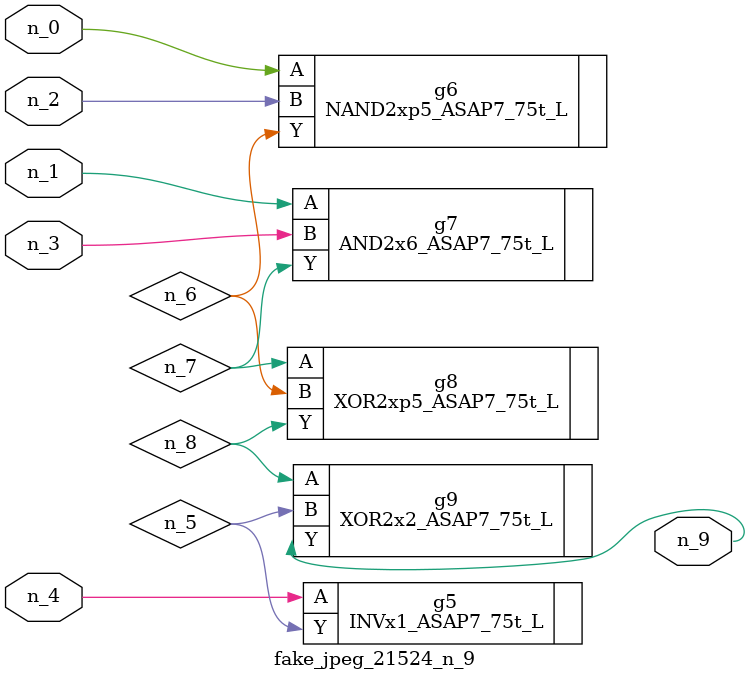
<source format=v>
module fake_jpeg_21524_n_9 (n_3, n_2, n_1, n_0, n_4, n_9);

input n_3;
input n_2;
input n_1;
input n_0;
input n_4;

output n_9;

wire n_8;
wire n_6;
wire n_5;
wire n_7;

INVx1_ASAP7_75t_L g5 ( 
.A(n_4),
.Y(n_5)
);

NAND2xp5_ASAP7_75t_L g6 ( 
.A(n_0),
.B(n_2),
.Y(n_6)
);

AND2x6_ASAP7_75t_L g7 ( 
.A(n_1),
.B(n_3),
.Y(n_7)
);

XOR2xp5_ASAP7_75t_L g8 ( 
.A(n_7),
.B(n_6),
.Y(n_8)
);

XOR2x2_ASAP7_75t_L g9 ( 
.A(n_8),
.B(n_5),
.Y(n_9)
);


endmodule
</source>
